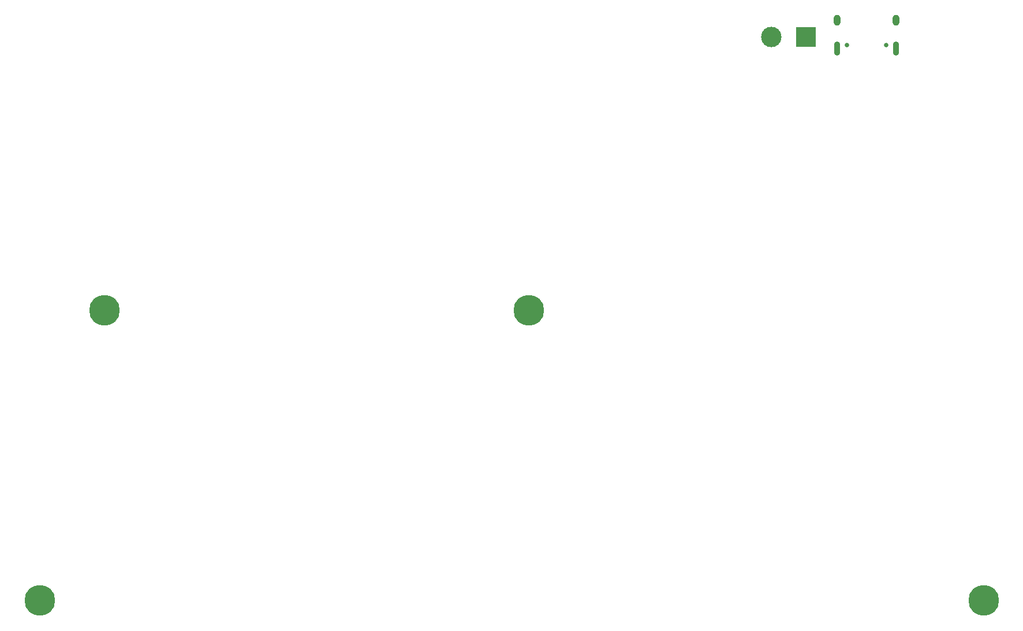
<source format=gbr>
%TF.GenerationSoftware,KiCad,Pcbnew,(5.1.12)-1*%
%TF.CreationDate,2022-05-26T18:44:23+02:00*%
%TF.ProjectId,esp32solarminer,65737033-3273-46f6-9c61-726d696e6572,0.3*%
%TF.SameCoordinates,Original*%
%TF.FileFunction,Soldermask,Bot*%
%TF.FilePolarity,Negative*%
%FSLAX46Y46*%
G04 Gerber Fmt 4.6, Leading zero omitted, Abs format (unit mm)*
G04 Created by KiCad (PCBNEW (5.1.12)-1) date 2022-05-26 18:44:23*
%MOMM*%
%LPD*%
G01*
G04 APERTURE LIST*
%ADD10R,3.000000X3.000000*%
%ADD11C,3.000000*%
%ADD12O,1.000000X1.600000*%
%ADD13O,0.900000X2.100000*%
%ADD14C,0.650000*%
%ADD15C,4.500000*%
G04 APERTURE END LIST*
D10*
%TO.C,J101*%
X184150000Y-24130000D03*
D11*
X179070000Y-24130000D03*
%TD*%
D12*
%TO.C,J102*%
X197360000Y-21625000D03*
X188720000Y-21625000D03*
D13*
X197360000Y-25805000D03*
X188720000Y-25805000D03*
D14*
X195930000Y-25305000D03*
X190150000Y-25305000D03*
%TD*%
D15*
%TO.C,H101*%
X143510000Y-64135000D03*
%TD*%
%TO.C,H102*%
X210185000Y-106680000D03*
%TD*%
%TO.C,H103*%
X71755000Y-106680000D03*
%TD*%
%TO.C,H104*%
X81280000Y-64135000D03*
%TD*%
M02*

</source>
